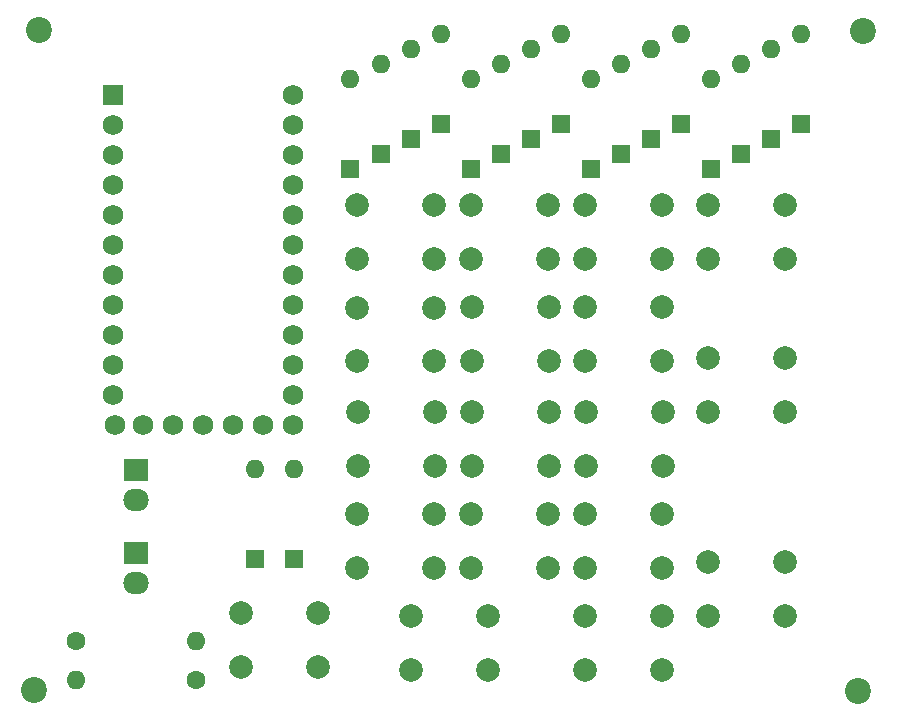
<source format=gbr>
%TF.GenerationSoftware,KiCad,Pcbnew,(6.0.9)*%
%TF.CreationDate,2022-12-07T13:58:04+00:00*%
%TF.ProjectId,PocketPad,506f636b-6574-4506-9164-2e6b69636164,rev?*%
%TF.SameCoordinates,Original*%
%TF.FileFunction,Soldermask,Top*%
%TF.FilePolarity,Negative*%
%FSLAX46Y46*%
G04 Gerber Fmt 4.6, Leading zero omitted, Abs format (unit mm)*
G04 Created by KiCad (PCBNEW (6.0.9)) date 2022-12-07 13:58:04*
%MOMM*%
%LPD*%
G01*
G04 APERTURE LIST*
%ADD10C,2.000000*%
%ADD11R,1.600000X1.600000*%
%ADD12O,1.600000X1.600000*%
%ADD13R,1.752600X1.752600*%
%ADD14C,1.752600*%
%ADD15O,2.159000X1.905000*%
%ADD16R,2.159000X1.905000*%
%ADD17C,2.200000*%
%ADD18C,1.600000*%
G04 APERTURE END LIST*
D10*
%TO.C,SW2*%
X70530000Y-34184000D03*
X77030000Y-34184000D03*
X70530000Y-38684000D03*
X77030000Y-38684000D03*
%TD*%
%TO.C,SW7*%
X80944000Y-47138000D03*
X87444000Y-47138000D03*
X80944000Y-51638000D03*
X87444000Y-51638000D03*
%TD*%
%TO.C,SW3*%
X80944000Y-34184000D03*
X87444000Y-34184000D03*
X80944000Y-38684000D03*
X87444000Y-38684000D03*
%TD*%
%TO.C,SW16*%
X41372000Y-68728000D03*
X47872000Y-68728000D03*
X41372000Y-73228000D03*
X47872000Y-73228000D03*
%TD*%
%TO.C,SW17*%
X55798000Y-68982000D03*
X62298000Y-68982000D03*
X55798000Y-73482000D03*
X62298000Y-73482000D03*
%TD*%
%TO.C,SW8*%
X51278000Y-51710000D03*
X57778000Y-51710000D03*
X51278000Y-56210000D03*
X57778000Y-56210000D03*
%TD*%
D11*
%TO.C,D16*%
X42590000Y-64116000D03*
D12*
X42590000Y-56496000D03*
%TD*%
D11*
%TO.C,D1*%
X60826000Y-31096000D03*
D12*
X60826000Y-23476000D03*
%TD*%
D11*
%TO.C,D5*%
X63366000Y-29826000D03*
D12*
X63366000Y-22206000D03*
%TD*%
D11*
%TO.C,D13*%
X68446000Y-27286000D03*
D12*
X68446000Y-19666000D03*
%TD*%
D10*
%TO.C,SW13*%
X60878000Y-60346000D03*
X67378000Y-60346000D03*
X60878000Y-64846000D03*
X67378000Y-64846000D03*
%TD*%
%TO.C,SW14*%
X70530000Y-60346000D03*
X77030000Y-60346000D03*
X70530000Y-64846000D03*
X77030000Y-64846000D03*
%TD*%
%TO.C,SW6*%
X70530000Y-42820000D03*
X77030000Y-42820000D03*
X70530000Y-47320000D03*
X77030000Y-47320000D03*
%TD*%
D11*
%TO.C,D4*%
X53206000Y-29826000D03*
D12*
X53206000Y-22206000D03*
%TD*%
D13*
%TO.C,MCU1*%
X30506000Y-24854750D03*
D14*
X30506000Y-27394750D03*
X30506000Y-29934750D03*
X30506000Y-32474750D03*
X30506000Y-35014750D03*
X30506000Y-37554750D03*
X30506000Y-40094750D03*
X30506000Y-42634750D03*
X30506000Y-45174750D03*
X30506000Y-47714750D03*
X30506000Y-50254750D03*
X30734600Y-52794750D03*
X45746000Y-52794750D03*
X45746000Y-50254750D03*
X45746000Y-47714750D03*
X45746000Y-45174750D03*
X45746000Y-42634750D03*
X45746000Y-40094750D03*
X45746000Y-37554750D03*
X45746000Y-35014750D03*
X45746000Y-32474750D03*
X45746000Y-29934750D03*
X45746000Y-27394750D03*
X45746000Y-24854750D03*
X33046000Y-52794750D03*
X35586000Y-52794750D03*
X38126000Y-52794750D03*
X40666000Y-52794750D03*
X43206000Y-52794750D03*
%TD*%
D11*
%TO.C,D15*%
X88818000Y-27274000D03*
D12*
X88818000Y-19654000D03*
%TD*%
D11*
%TO.C,D3*%
X81198000Y-31084000D03*
D12*
X81198000Y-23464000D03*
%TD*%
D15*
%TO.C,ACT*%
X32442000Y-66148000D03*
D16*
X32442000Y-63608000D03*
%TD*%
D11*
%TO.C,D12*%
X58286000Y-27286000D03*
D12*
X58286000Y-19666000D03*
%TD*%
D11*
%TO.C,D11*%
X86278000Y-28544000D03*
D12*
X86278000Y-20924000D03*
%TD*%
D11*
%TO.C,D10*%
X76066000Y-28556000D03*
D12*
X76066000Y-20936000D03*
%TD*%
D11*
%TO.C,D8*%
X55746000Y-28556000D03*
D12*
X55746000Y-20936000D03*
%TD*%
D10*
%TO.C,SW12*%
X51226000Y-60346000D03*
X57726000Y-60346000D03*
X51226000Y-64846000D03*
X57726000Y-64846000D03*
%TD*%
%TO.C,SW5*%
X60930000Y-42820000D03*
X67430000Y-42820000D03*
X60930000Y-47320000D03*
X67430000Y-47320000D03*
%TD*%
D15*
%TO.C,PWR*%
X32442000Y-59108000D03*
D16*
X32442000Y-56568000D03*
%TD*%
D10*
%TO.C,SW9*%
X60930000Y-51710000D03*
X67430000Y-51710000D03*
X60930000Y-56210000D03*
X67430000Y-56210000D03*
%TD*%
D11*
%TO.C,D14*%
X78658000Y-27274000D03*
D12*
X78658000Y-19654000D03*
%TD*%
D17*
%TO.C,REF\u002A\u002A*%
X23876000Y-75184000D03*
%TD*%
%TO.C,REF\u002A\u002A*%
X94006000Y-19400000D03*
%TD*%
D18*
%TO.C,PWR-R1*%
X27410000Y-71070000D03*
D12*
X37570000Y-71070000D03*
%TD*%
D10*
%TO.C,SW1*%
X60878000Y-34184000D03*
X67378000Y-34184000D03*
X60878000Y-38684000D03*
X67378000Y-38684000D03*
%TD*%
%TO.C,SW15*%
X70530000Y-68982000D03*
X77030000Y-68982000D03*
X70530000Y-73482000D03*
X77030000Y-73482000D03*
%TD*%
D11*
%TO.C,D7*%
X83738000Y-29814000D03*
D12*
X83738000Y-22194000D03*
%TD*%
D17*
%TO.C,REF\u002A\u002A*%
X24238000Y-19304000D03*
%TD*%
D11*
%TO.C,D6*%
X73526000Y-29826000D03*
D12*
X73526000Y-22206000D03*
%TD*%
D10*
%TO.C,SW0*%
X51226000Y-34184000D03*
X57726000Y-34184000D03*
X51226000Y-38684000D03*
X57726000Y-38684000D03*
%TD*%
D17*
%TO.C,REF\u002A\u002A*%
X93644000Y-75280000D03*
%TD*%
D10*
%TO.C,SW10*%
X70582000Y-51710000D03*
X77082000Y-51710000D03*
X70582000Y-56210000D03*
X77082000Y-56210000D03*
%TD*%
D11*
%TO.C,D2*%
X70986000Y-31096000D03*
D12*
X70986000Y-23476000D03*
%TD*%
D11*
%TO.C,D9*%
X65906000Y-28556000D03*
D12*
X65906000Y-20936000D03*
%TD*%
D11*
%TO.C,D0*%
X50638000Y-31096000D03*
D12*
X50638000Y-23476000D03*
%TD*%
D10*
%TO.C,SW4*%
X51226000Y-42860000D03*
X57726000Y-42860000D03*
X51226000Y-47360000D03*
X57726000Y-47360000D03*
%TD*%
D18*
%TO.C,ACT-R1*%
X37550000Y-74330000D03*
D12*
X27390000Y-74330000D03*
%TD*%
D11*
%TO.C,D17*%
X45892000Y-64116000D03*
D12*
X45892000Y-56496000D03*
%TD*%
D10*
%TO.C,SW11*%
X80944000Y-64410000D03*
X87444000Y-64410000D03*
X80944000Y-68910000D03*
X87444000Y-68910000D03*
%TD*%
M02*

</source>
